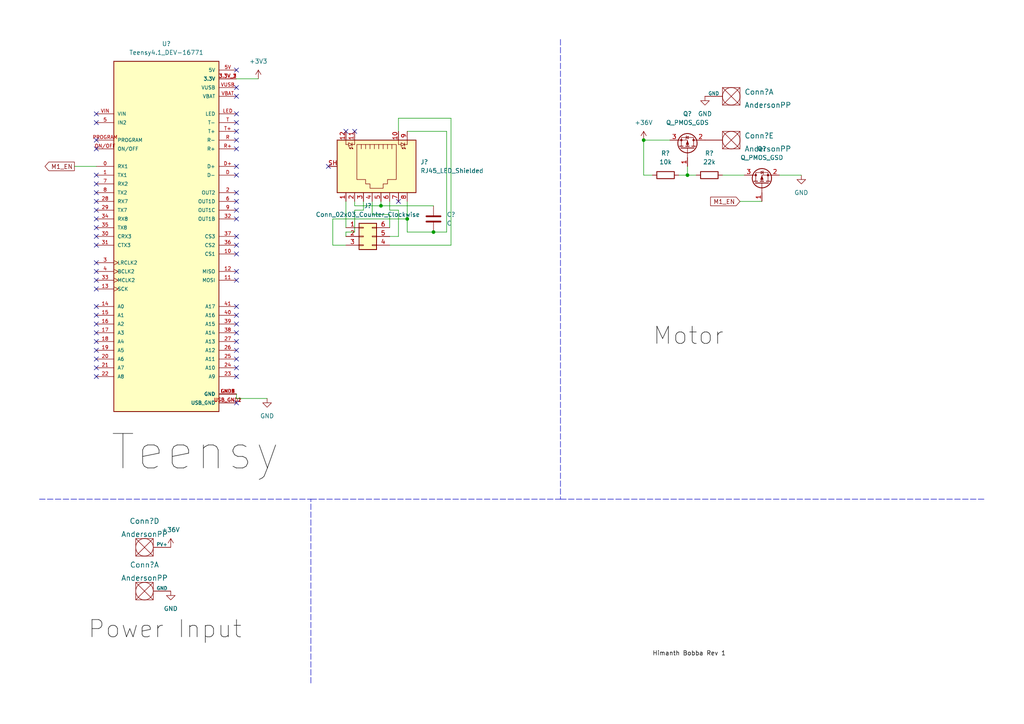
<source format=kicad_sch>
(kicad_sch (version 20211123) (generator eeschema)
  (paper "A4")
  (lib_symbols
    (symbol "Connector:RJ45_LED_Shielded" (pin_names (offset 1.016))
      (property "Reference" "J" (at -5.08 13.97 0))
      (property "Value" "RJ45_LED_Shielded" (at 1.27 13.97 0))
      (symbol "RJ45_LED_Shielded_0_1"
        (polyline (pts (xy -7.62 -7.62) (xy -6.35 -7.62)))
        (polyline (pts (xy -7.62 -5.08) (xy -6.35 -5.08)))
        (polyline (pts (xy -7.62 7.62) (xy -6.35 7.62)))
        (polyline (pts (xy -7.62 10.16) (xy -6.35 10.16)))
        (polyline (pts (xy -6.858 -5.842) (xy -5.842 -5.842)))
        (polyline (pts (xy -6.858 9.398) (xy -5.842 9.398)))
        (polyline (pts (xy -6.35 -7.62) (xy -6.35 -6.858)))
        (polyline (pts (xy -6.35 -5.08) (xy -6.35 -5.842)))
        (polyline (pts (xy -6.35 7.62) (xy -6.35 8.382)))
        (polyline (pts (xy -6.35 10.16) (xy -6.35 9.398)))
        (polyline (pts (xy -5.08 -6.223) (xy -5.207 -6.604)))
        (polyline (pts (xy -5.08 -5.588) (xy -5.207 -5.969)))
        (polyline (pts (xy -5.08 4.445) (xy -6.35 4.445)))
        (polyline (pts (xy -5.08 5.715) (xy -6.35 5.715)))
        (polyline (pts (xy -5.08 9.017) (xy -5.207 8.636)))
        (polyline (pts (xy -5.08 9.652) (xy -5.207 9.271)))
        (polyline (pts (xy -6.35 -3.175) (xy -5.08 -3.175) (xy -5.08 -3.175)))
        (polyline (pts (xy -6.35 -1.905) (xy -5.08 -1.905) (xy -5.08 -1.905)))
        (polyline (pts (xy -6.35 -0.635) (xy -5.08 -0.635) (xy -5.08 -0.635)))
        (polyline (pts (xy -6.35 0.635) (xy -5.08 0.635) (xy -5.08 0.635)))
        (polyline (pts (xy -6.35 1.905) (xy -5.08 1.905) (xy -5.08 1.905)))
        (polyline (pts (xy -5.588 -6.731) (xy -5.08 -6.223) (xy -5.461 -6.35)))
        (polyline (pts (xy -5.588 -6.096) (xy -5.08 -5.588) (xy -5.461 -5.715)))
        (polyline (pts (xy -5.588 8.509) (xy -5.08 9.017) (xy -5.461 8.89)))
        (polyline (pts (xy -5.588 9.144) (xy -5.08 9.652) (xy -5.461 9.525)))
        (polyline (pts (xy -5.08 3.175) (xy -6.35 3.175) (xy -6.35 3.175)))
        (polyline (pts (xy -6.35 -5.842) (xy -6.858 -6.858) (xy -5.842 -6.858) (xy -6.35 -5.842)))
        (polyline (pts (xy -6.35 9.398) (xy -6.858 8.382) (xy -5.842 8.382) (xy -6.35 9.398)))
        (polyline (pts (xy -6.35 -4.445) (xy -6.35 6.985) (xy 3.81 6.985) (xy 3.81 4.445) (xy 5.08 4.445) (xy 5.08 3.175) (xy 6.35 3.175) (xy 6.35 -0.635) (xy 5.08 -0.635) (xy 5.08 -1.905) (xy 3.81 -1.905) (xy 3.81 -4.445) (xy -6.35 -4.445) (xy -6.35 -4.445)))
        (rectangle (start 7.62 12.7) (end -7.62 -10.16) (stroke (width 0.254)) (fill (type background)))
      )
      (symbol "RJ45_LED_Shielded_1_1"
        (pin passive line (at 10.16 -7.62 180) (length 2.54) (name "~") (number "1"))
        (pin passive line (at -10.16 7.62 0) (length 2.54) (name "~") (number "10"))
        (pin passive line (at -10.16 -5.08 0) (length 2.54) (name "~") (number "11"))
        (pin passive line (at -10.16 -7.62 0) (length 2.54) (name "~") (number "12"))
        (pin passive line (at 10.16 -5.08 180) (length 2.54) (name "~") (number "2"))
        (pin passive line (at 10.16 -2.54 180) (length 2.54) (name "~") (number "3"))
        (pin passive line (at 10.16 0 180) (length 2.54) (name "~") (number "4"))
        (pin passive line (at 10.16 2.54 180) (length 2.54) (name "~") (number "5"))
        (pin passive line (at 10.16 5.08 180) (length 2.54) (name "~") (number "6"))
        (pin passive line (at 10.16 7.62 180) (length 2.54) (name "~") (number "7"))
        (pin passive line (at 10.16 10.16 180) (length 2.54) (name "~") (number "8"))
        (pin passive line (at -10.16 10.16 0) (length 2.54) (name "~") (number "9"))
        (pin passive line (at 0 -12.7 90) (length 2.54) (name "~") (number "SH"))
      )
    )
    (symbol "Connector_Generic:Conn_02x03_Counter_Clockwise" (pin_names (offset 1.016) hide)
      (property "Reference" "J" (at 1.27 5.08 0))
      (property "Value" "Conn_02x03_Counter_Clockwise" (at 1.27 -5.08 0))
      (symbol "Conn_02x03_Counter_Clockwise_1_1"
        (rectangle (start -1.27 -2.413) (end 0 -2.667) (stroke (width 0.1524)))
        (rectangle (start -1.27 0.127) (end 0 -0.127) (stroke (width 0.1524)))
        (rectangle (start -1.27 2.667) (end 0 2.413) (stroke (width 0.1524)))
        (rectangle (start -1.27 3.81) (end 3.81 -3.81) (stroke (width 0.254)) (fill (type background)))
        (rectangle (start 3.81 -2.413) (end 2.54 -2.667) (stroke (width 0.1524)))
        (rectangle (start 3.81 0.127) (end 2.54 -0.127) (stroke (width 0.1524)))
        (rectangle (start 3.81 2.667) (end 2.54 2.413) (stroke (width 0.1524)))
        (pin passive line (at -5.08 2.54 0) (length 3.81) (name "Pin_1") (number "1"))
        (pin passive line (at -5.08 0 0) (length 3.81) (name "Pin_2") (number "2"))
        (pin passive line (at -5.08 -2.54 0) (length 3.81) (name "Pin_3") (number "3"))
        (pin passive line (at 7.62 -2.54 180) (length 3.81) (name "Pin_4") (number "4"))
        (pin passive line (at 7.62 0 180) (length 3.81) (name "Pin_5") (number "5"))
        (pin passive line (at 7.62 2.54 180) (length 3.81) (name "Pin_6") (number "6"))
      )
    )
    (symbol "Device:C" (pin_numbers hide) (pin_names (offset 0.254))
      (property "Reference" "C" (at 0.635 2.54 0))
      (property "Value" "C" (at 0.635 -2.54 0))
      (symbol "C_0_1"
        (polyline (pts (xy -2.032 -0.762) (xy 2.032 -0.762)) (stroke (width 0.508)))
        (polyline (pts (xy -2.032 0.762) (xy 2.032 0.762)) (stroke (width 0.508)))
      )
      (symbol "C_1_1"
        (pin passive line (at 0 3.81 270) (length 2.794) (name "~") (number "1"))
        (pin passive line (at 0 -3.81 90) (length 2.794) (name "~") (number "2"))
      )
    )
    (symbol "Device:Q_PMOS_GDS" (pin_names (offset 0) hide)
      (property "Reference" "Q" (at 5.08 1.27 0))
      (property "Value" "Q_PMOS_GDS" (at 5.08 -1.27 0))
      (symbol "Q_PMOS_GDS_0_1"
        (polyline (pts (xy 0.254 0) (xy -2.54 0)))
        (polyline (pts (xy 0.254 1.905) (xy 0.254 -1.905)) (stroke (width 0.254)))
        (polyline (pts (xy 0.762 -1.27) (xy 0.762 -2.286)) (stroke (width 0.254)))
        (polyline (pts (xy 0.762 0.508) (xy 0.762 -0.508)) (stroke (width 0.254)))
        (polyline (pts (xy 0.762 2.286) (xy 0.762 1.27)) (stroke (width 0.254)))
        (polyline (pts (xy 2.54 2.54) (xy 2.54 1.778)))
        (polyline (pts (xy 2.54 -2.54) (xy 2.54 0) (xy 0.762 0)))
        (polyline (pts (xy 0.762 1.778) (xy 3.302 1.778) (xy 3.302 -1.778) (xy 0.762 -1.778)))
        (polyline (pts (xy 2.286 0) (xy 1.27 0.381) (xy 1.27 -0.381) (xy 2.286 0)) (fill (type outline)))
        (polyline (pts (xy 2.794 -0.508) (xy 2.921 -0.381) (xy 3.683 -0.381) (xy 3.81 -0.254)))
        (polyline (pts (xy 3.302 -0.381) (xy 2.921 0.254) (xy 3.683 0.254) (xy 3.302 -0.381)))
        (circle (center 1.651 0) (radius 2.794) (stroke (width 0.254)))
        (circle (center 2.54 -1.778) (radius 0.254) (fill (type outline)))
        (circle (center 2.54 1.778) (radius 0.254) (fill (type outline)))
      )
      (symbol "Q_PMOS_GDS_1_1"
        (pin input line (at -5.08 0 0) (length 2.54) (name "G") (number "1"))
        (pin passive line (at 2.54 5.08 270) (length 2.54) (name "D") (number "2"))
        (pin passive line (at 2.54 -5.08 90) (length 2.54) (name "S") (number "3"))
      )
    )
    (symbol "Device:Q_PMOS_GSD" (pin_names (offset 0) hide)
      (property "Reference" "Q" (at 5.08 1.27 0))
      (property "Value" "Q_PMOS_GSD" (at 5.08 -1.27 0))
      (symbol "Q_PMOS_GSD_0_1"
        (polyline (pts (xy 0.254 0) (xy -2.54 0)))
        (polyline (pts (xy 0.254 1.905) (xy 0.254 -1.905)) (stroke (width 0.254)))
        (polyline (pts (xy 0.762 -1.27) (xy 0.762 -2.286)) (stroke (width 0.254)))
        (polyline (pts (xy 0.762 0.508) (xy 0.762 -0.508)) (stroke (width 0.254)))
        (polyline (pts (xy 0.762 2.286) (xy 0.762 1.27)) (stroke (width 0.254)))
        (polyline (pts (xy 2.54 2.54) (xy 2.54 1.778)))
        (polyline (pts (xy 2.54 -2.54) (xy 2.54 0) (xy 0.762 0)))
        (polyline (pts (xy 0.762 1.778) (xy 3.302 1.778) (xy 3.302 -1.778) (xy 0.762 -1.778)))
        (polyline (pts (xy 2.286 0) (xy 1.27 0.381) (xy 1.27 -0.381) (xy 2.286 0)) (fill (type outline)))
        (polyline (pts (xy 2.794 -0.508) (xy 2.921 -0.381) (xy 3.683 -0.381) (xy 3.81 -0.254)))
        (polyline (pts (xy 3.302 -0.381) (xy 2.921 0.254) (xy 3.683 0.254) (xy 3.302 -0.381)))
        (circle (center 1.651 0) (radius 2.794) (stroke (width 0.254)))
        (circle (center 2.54 -1.778) (radius 0.254) (fill (type outline)))
        (circle (center 2.54 1.778) (radius 0.254) (fill (type outline)))
      )
      (symbol "Q_PMOS_GSD_1_1"
        (pin input line (at -5.08 0 0) (length 2.54) (name "G") (number "1"))
        (pin passive line (at 2.54 -5.08 90) (length 2.54) (name "S") (number "2"))
        (pin passive line (at 2.54 5.08 270) (length 2.54) (name "D") (number "3"))
      )
    )
    (symbol "Device:R" (pin_numbers hide) (pin_names (offset 0))
      (property "Reference" "R" (at 2.032 0 90))
      (property "Value" "R" (at 0 0 90))
      (symbol "R_0_1"
        (rectangle (start -1.016 -2.54) (end 1.016 2.54) (stroke (width 0.254)))
      )
      (symbol "R_1_1"
        (pin passive line (at 0 3.81 270) (length 1.27) (name "~") (number "1"))
        (pin passive line (at 0 -3.81 90) (length 1.27) (name "~") (number "2"))
      )
    )
    (symbol "MRDT_Connectors:AndersonPP" (pin_numbers hide) (pin_names (offset 0))
      (property "Reference" "Conn" (at 3.81 -1.27 0))
      (property "Value" "AndersonPP" (at 2.54 6.35 0))
      (symbol "AndersonPP_0_1"
        (polyline (pts (xy 0 5.08) (xy 5.08 0)))
        (polyline (pts (xy 5.08 5.08) (xy 0 0)))
        (rectangle (start 0 0) (end 5.08 5.08))
        (circle (center 2.54 2.54) (radius 2.54))
      )
      (symbol "AndersonPP_1_1"
        (pin input line (at 10.16 2.54 180) (length 5.08) (name "GND") (number "1"))
      )
      (symbol "AndersonPP_2_1"
        (pin input line (at 10.16 2.54 180) (length 5.08) (name "V+Log") (number "2"))
      )
      (symbol "AndersonPP_3_1"
        (pin input line (at 10.16 2.54 180) (length 5.08) (name "V+Act") (number "3"))
      )
      (symbol "AndersonPP_4_1"
        (pin input line (at 10.16 2.54 180) (length 5.08) (name "PV+") (number "4"))
      )
      (symbol "AndersonPP_5_1"
        (pin input line (at 10.16 2.54 180) (length 5.08) (name "~") (number "1"))
      )
    )
    (symbol "MRDT_Shields:Teensy4.1_DEV-16771" (pin_names (offset 1.016))
      (property "Reference" "U" (at -15.24 52.07 0))
      (property "Value" "Teensy4.1_DEV-16771" (at -15.24 -53.34 0))
      (symbol "Teensy4.1_DEV-16771_0_0"
        (rectangle (start -15.24 -50.8) (end 15.24 50.8) (stroke (width 0.254)) (fill (type background)))
        (pin bidirectional line (at -20.32 20.32 0) (length 5.08) (name "RX1") (number "0"))
        (pin bidirectional line (at -20.32 17.78 0) (length 5.08) (name "TX1") (number "1"))
        (pin bidirectional line (at 20.32 -5.08 180) (length 5.08) (name "CS1") (number "10"))
        (pin bidirectional line (at 20.32 -12.7 180) (length 5.08) (name "MOSI") (number "11"))
        (pin bidirectional line (at 20.32 -10.16 180) (length 5.08) (name "MISO") (number "12"))
        (pin bidirectional clock (at -20.32 -15.24 0) (length 5.08) (name "SCK") (number "13"))
        (pin bidirectional line (at -20.32 -20.32 0) (length 5.08) (name "A0") (number "14"))
        (pin bidirectional line (at -20.32 -22.86 0) (length 5.08) (name "A1") (number "15"))
        (pin bidirectional line (at -20.32 -25.4 0) (length 5.08) (name "A2") (number "16"))
        (pin bidirectional line (at -20.32 -27.94 0) (length 5.08) (name "A3") (number "17"))
        (pin bidirectional line (at -20.32 -30.48 0) (length 5.08) (name "A4") (number "18"))
        (pin bidirectional line (at -20.32 -33.02 0) (length 5.08) (name "A5") (number "19"))
        (pin output line (at 20.32 12.7 180) (length 5.08) (name "OUT2") (number "2"))
        (pin bidirectional line (at -20.32 -35.56 0) (length 5.08) (name "A6") (number "20"))
        (pin bidirectional line (at -20.32 -38.1 0) (length 5.08) (name "A7") (number "21"))
        (pin bidirectional line (at -20.32 -40.64 0) (length 5.08) (name "A8") (number "22"))
        (pin bidirectional line (at 20.32 -40.64 180) (length 5.08) (name "A9") (number "23"))
        (pin bidirectional line (at 20.32 -38.1 180) (length 5.08) (name "A10") (number "24"))
        (pin bidirectional line (at 20.32 -35.56 180) (length 5.08) (name "A11") (number "25"))
        (pin bidirectional line (at 20.32 -33.02 180) (length 5.08) (name "A12") (number "26"))
        (pin bidirectional line (at 20.32 -30.48 180) (length 5.08) (name "A13") (number "27"))
        (pin bidirectional line (at -20.32 10.16 0) (length 5.08) (name "RX7") (number "28"))
        (pin bidirectional line (at -20.32 7.62 0) (length 5.08) (name "TX7") (number "29"))
        (pin bidirectional clock (at -20.32 -7.62 0) (length 5.08) (name "LRCLK2") (number "3"))
        (pin power_in line (at 20.32 45.72 180) (length 5.08) (name "3.3V") (number "3.3V_1"))
        (pin power_in line (at 20.32 45.72 180) (length 5.08) (name "3.3V") (number "3.3V_2"))
        (pin power_in line (at 20.32 45.72 180) (length 5.08) (name "3.3V") (number "3.3V_3"))
        (pin bidirectional line (at -20.32 0 0) (length 5.08) (name "CRX3") (number "30"))
        (pin bidirectional line (at -20.32 -2.54 0) (length 5.08) (name "CTX3") (number "31"))
        (pin output line (at 20.32 5.08 180) (length 5.08) (name "OUT1B") (number "32"))
        (pin bidirectional clock (at -20.32 -12.7 0) (length 5.08) (name "MCLK2") (number "33"))
        (pin bidirectional line (at -20.32 5.08 0) (length 5.08) (name "RX8") (number "34"))
        (pin bidirectional line (at -20.32 2.54 0) (length 5.08) (name "TX8") (number "35"))
        (pin bidirectional line (at 20.32 -2.54 180) (length 5.08) (name "CS2") (number "36"))
        (pin bidirectional line (at 20.32 0 180) (length 5.08) (name "CS3") (number "37"))
        (pin bidirectional line (at 20.32 -27.94 180) (length 5.08) (name "A14") (number "38"))
        (pin bidirectional line (at 20.32 -25.4 180) (length 5.08) (name "A15") (number "39"))
        (pin bidirectional clock (at -20.32 -10.16 0) (length 5.08) (name "BCLK2") (number "4"))
        (pin bidirectional line (at 20.32 -22.86 180) (length 5.08) (name "A16") (number "40"))
        (pin bidirectional line (at 20.32 -20.32 180) (length 5.08) (name "A17") (number "41"))
        (pin bidirectional line (at -20.32 33.02 0) (length 5.08) (name "IN2") (number "5"))
        (pin power_in line (at 20.32 48.26 180) (length 5.08) (name "5V") (number "5V"))
        (pin output line (at 20.32 10.16 180) (length 5.08) (name "OUT1D") (number "6"))
        (pin bidirectional line (at -20.32 15.24 0) (length 5.08) (name "RX2") (number "7"))
        (pin bidirectional line (at -20.32 12.7 0) (length 5.08) (name "TX2") (number "8"))
        (pin output line (at 20.32 7.62 180) (length 5.08) (name "OUT1C") (number "9"))
        (pin bidirectional line (at 20.32 17.78 180) (length 5.08) (name "D-") (number "D"))
        (pin bidirectional line (at 20.32 20.32 180) (length 5.08) (name "D+") (number "D+"))
        (pin power_in line (at 20.32 -45.72 180) (length 5.08) (name "GND") (number "GND1"))
        (pin power_in line (at 20.32 -45.72 180) (length 5.08) (name "GND") (number "GND2"))
        (pin power_in line (at 20.32 -45.72 180) (length 5.08) (name "GND") (number "GND3"))
        (pin power_in line (at 20.32 -45.72 180) (length 5.08) (name "GND") (number "GND4"))
        (pin power_in line (at 20.32 -45.72 180) (length 5.08) (name "GND") (number "GND5"))
        (pin bidirectional line (at 20.32 35.56 180) (length 5.08) (name "LED") (number "LED"))
        (pin bidirectional line (at -20.32 25.4 0) (length 5.08) (name "ON/OFF") (number "ON/OFF"))
        (pin bidirectional line (at -20.32 27.94 0) (length 5.08) (name "PROGRAM") (number "PROGRAM"))
        (pin bidirectional line (at 20.32 27.94 180) (length 5.08) (name "R-") (number "R"))
        (pin bidirectional line (at 20.32 25.4 180) (length 5.08) (name "R+") (number "R+"))
        (pin bidirectional line (at 20.32 33.02 180) (length 5.08) (name "T-") (number "T"))
        (pin bidirectional line (at 20.32 30.48 180) (length 5.08) (name "T+") (number "T+"))
        (pin power_in line (at 20.32 -48.26 180) (length 5.08) (name "USB_GND") (number "USB_GND1"))
        (pin power_in line (at 20.32 -48.26 180) (length 5.08) (name "USB_GND") (number "USB_GND2"))
        (pin passive line (at 20.32 40.64 180) (length 5.08) (name "VBAT") (number "VBAT"))
        (pin input line (at -20.32 35.56 0) (length 5.08) (name "VIN") (number "VIN"))
        (pin passive line (at 20.32 43.18 180) (length 5.08) (name "VUSB") (number "VUSB"))
      )
    )
    (symbol "power:+36V" (power) (pin_names (offset 0))
      (property "Value" "+36V" (at 0 3.556 0))
      (symbol "+36V_0_1"
        (polyline (pts (xy -0.762 1.27) (xy 0 2.54)))
        (polyline (pts (xy 0 0) (xy 0 2.54)))
        (polyline (pts (xy 0 2.54) (xy 0.762 1.27)))
      )
      (symbol "+36V_1_1"
        (pin power_in line (at 0 0 90) (length 0) hide (name "+36V") (number "1"))
      )
    )
    (symbol "power:+3V3" (power) (pin_names (offset 0))
      (property "Value" "+3V3" (at 0 3.556 0))
      (symbol "+3V3_0_1"
        (polyline (pts (xy -0.762 1.27) (xy 0 2.54)))
        (polyline (pts (xy 0 0) (xy 0 2.54)))
        (polyline (pts (xy 0 2.54) (xy 0.762 1.27)))
      )
      (symbol "+3V3_1_1"
        (pin power_in line (at 0 0 90) (length 0) hide (name "+3V3") (number "1"))
      )
    )
    (symbol "power:GND" (power) (pin_names (offset 0))
      (property "Value" "GND" (at 0 -3.81 0))
      (symbol "GND_0_1"
        (polyline (pts (xy 0 0) (xy 0 -1.27) (xy 1.27 -1.27) (xy 0 -2.54) (xy -1.27 -1.27) (xy 0 -1.27)))
      )
      (symbol "GND_1_1"
        (pin power_in line (at 0 0 270) (length 0) hide (name "GND") (number "1"))
      )
    )
  )
  (junction (at 110.49 59.69))
  (junction (at 125.73 67.31))
  (junction (at 199.39 50.8))
  (junction (at 186.69 40.64))
  (junction (at 118.11 63.5))
  (no_connect (at 68.58 78.74))
  (no_connect (at 68.58 81.28))
  (no_connect (at 68.58 88.9))
  (no_connect (at 68.58 91.44))
  (no_connect (at 68.58 50.8))
  (no_connect (at 68.58 55.88))
  (no_connect (at 68.58 58.42))
  (no_connect (at 68.58 60.96))
  (no_connect (at 68.58 63.5))
  (no_connect (at 68.58 68.58))
  (no_connect (at 68.58 71.12))
  (no_connect (at 68.58 73.66))
  (no_connect (at 27.94 35.56))
  (no_connect (at 27.94 40.64))
  (no_connect (at 27.94 43.18))
  (no_connect (at 27.94 83.82))
  (no_connect (at 27.94 81.28))
  (no_connect (at 27.94 78.74))
  (no_connect (at 27.94 76.2))
  (no_connect (at 27.94 71.12))
  (no_connect (at 27.94 68.58))
  (no_connect (at 27.94 66.04))
  (no_connect (at 27.94 63.5))
  (no_connect (at 27.94 60.96))
  (no_connect (at 27.94 58.42))
  (no_connect (at 27.94 55.88))
  (no_connect (at 27.94 53.34))
  (no_connect (at 27.94 50.8))
  (no_connect (at 68.58 35.56))
  (no_connect (at 68.58 38.1))
  (no_connect (at 68.58 40.64))
  (no_connect (at 68.58 43.18))
  (no_connect (at 68.58 48.26))
  (no_connect (at 68.58 20.32))
  (no_connect (at 68.58 25.4))
  (no_connect (at 68.58 27.94))
  (no_connect (at 68.58 33.02))
  (no_connect (at 27.94 33.02))
  (no_connect (at 68.58 93.98))
  (no_connect (at 68.58 96.52))
  (no_connect (at 68.58 99.06))
  (no_connect (at 68.58 101.6))
  (no_connect (at 68.58 104.14))
  (no_connect (at 68.58 106.68))
  (no_connect (at 68.58 109.22))
  (no_connect (at 68.58 116.84))
  (no_connect (at 27.94 109.22))
  (no_connect (at 27.94 106.68))
  (no_connect (at 27.94 104.14))
  (no_connect (at 27.94 101.6))
  (no_connect (at 27.94 99.06))
  (no_connect (at 27.94 96.52))
  (no_connect (at 27.94 93.98))
  (no_connect (at 27.94 91.44))
  (no_connect (at 27.94 88.9))
  (no_connect (at 115.57 58.42))
  (no_connect (at 100.33 38.1))
  (no_connect (at 102.87 38.1))
  (no_connect (at 95.25 48.26))
  (wire (pts (xy 186.69 50.8) (xy 189.23 50.8)))
  (polyline (pts (xy 90.17 198.12) (xy 90.17 144.78)))
  (polyline (pts (xy 162.56 11.43) (xy 162.56 144.78)))
  (wire (pts (xy 118.11 63.5) (xy 118.11 67.31)))
  (wire (pts (xy 100.33 58.42) (xy 100.33 66.04)))
  (wire (pts (xy 130.81 71.12) (xy 130.81 34.29)))
  (wire (pts (xy 115.57 34.29) (xy 115.57 38.1)))
  (wire (pts (xy 186.69 40.64) (xy 194.31 40.64)))
  (polyline (pts (xy 90.17 144.78) (xy 162.56 144.78)))
  (wire (pts (xy 186.69 40.64) (xy 186.69 50.8)))
  (wire (pts (xy 113.03 60.96) (xy 113.03 58.42)))
  (wire (pts (xy 196.85 50.8) (xy 199.39 50.8)))
  (wire (pts (xy 115.57 68.58) (xy 115.57 60.96)))
  (wire (pts (xy 214.63 58.42) (xy 220.98 58.42)))
  (wire (pts (xy 105.41 58.42) (xy 105.41 60.96)))
  (wire (pts (xy 226.06 50.8) (xy 232.41 50.8)))
  (wire (pts (xy 100.33 71.12) (xy 96.52 71.12)))
  (wire (pts (xy 118.11 67.31) (xy 125.73 67.31)))
  (wire (pts (xy 113.03 66.04) (xy 113.03 62.23)))
  (wire (pts (xy 113.03 71.12) (xy 130.81 71.12)))
  (wire (pts (xy 130.81 34.29) (xy 115.57 34.29)))
  (wire (pts (xy 102.87 60.96) (xy 102.87 67.31)))
  (wire (pts (xy 129.54 67.31) (xy 129.54 38.1)))
  (wire (pts (xy 21.59 48.26) (xy 27.94 48.26)))
  (wire (pts (xy 209.55 50.8) (xy 215.9 50.8)))
  (wire (pts (xy 102.87 67.31) (xy 100.33 67.31)))
  (wire (pts (xy 102.87 59.69) (xy 110.49 59.69)))
  (wire (pts (xy 102.87 58.42) (xy 102.87 59.69)))
  (wire (pts (xy 118.11 38.1) (xy 129.54 38.1)))
  (wire (pts (xy 107.95 62.23) (xy 107.95 58.42)))
  (wire (pts (xy 110.49 58.42) (xy 110.49 59.69)))
  (wire (pts (xy 96.52 63.5) (xy 118.11 63.5)))
  (wire (pts (xy 68.58 114.3) (xy 68.58 115.57)))
  (polyline (pts (xy 162.56 144.78) (xy 285.75 144.78)))
  (wire (pts (xy 113.03 62.23) (xy 107.95 62.23)))
  (wire (pts (xy 199.39 48.26) (xy 199.39 50.8)))
  (wire (pts (xy 96.52 71.12) (xy 96.52 63.5)))
  (wire (pts (xy 115.57 60.96) (xy 113.03 60.96)))
  (polyline (pts (xy 11.43 144.78) (xy 90.17 144.78)))
  (wire (pts (xy 118.11 58.42) (xy 118.11 63.5)))
  (wire (pts (xy 105.41 60.96) (xy 102.87 60.96)))
  (wire (pts (xy 199.39 50.8) (xy 201.93 50.8)))
  (wire (pts (xy 68.58 115.57) (xy 77.47 115.57)))
  (wire (pts (xy 113.03 68.58) (xy 115.57 68.58)))
  (wire (pts (xy 125.73 67.31) (xy 129.54 67.31)))
  (wire (pts (xy 100.33 67.31) (xy 100.33 68.58)))
  (wire (pts (xy 110.49 59.69) (xy 125.73 59.69)))
  (wire (pts (xy 68.58 22.86) (xy 74.93 22.86)))
  (label "Motor" (at 189.23 101.6 0) (effects (font (size 5 5))))
  (label "Himanth Bobba Rev 1" (at 189.23 190.5 0))
  (label "Teensy" (at 31.75 139.7 0) (effects (font (size 10 10))))
  (label "Power Input" (at 25.4 186.69 0) (effects (font (size 5 5))))
  (global_label "M1_EN" (shape input) (at 214.63 58.42 180) (property "Intersheet References" "${INTERSHEET_REFS}" (effects hide)))
  (global_label "M1_EN" (shape output) (at 21.59 48.26 180) (property "Intersheet References" "${INTERSHEET_REFS}" (effects hide)))
  (symbol (lib_id "MRDT_Connectors:AndersonPP") (at 214.63 38.1 180) (unit 5)
    (property "Reference" "Conn?" (at 215.9 39.37 0) (effects (font (size 1.524 1.524)) (justify right)))
    (property "Value" "AndersonPP" (at 215.9 43.18 0) (effects (font (size 1.524 1.524)) (justify right)))
  )
  (symbol (lib_id "Connector_Generic:Conn_02x03_Counter_Clockwise") (at 105.41 68.58 0) (unit 1)
    (property "Reference" "J?" (at 106.68 59.69 0))
    (property "Value" "Conn_02x03_Counter_Clockwise" (at 106.68 62.23 0))
  )
  (symbol (lib_id "Device:Q_PMOS_GDS") (at 199.39 43.18 270) (mirror x) (unit 1)
    (property "Reference" "Q?" (at 199.39 33.02 90))
    (property "Value" "Q_PMOS_GDS" (at 199.39 35.56 90))
  )
  (symbol (lib_id "power:GND") (at 204.47 27.94 0) (unit 1)
    (property "Reference" "#PWR?" (effects hide))
    (property "Value" "GND" (at 204.47 33.02 0))
  )
  (symbol (lib_id "power:GND") (at 77.47 115.57 0) (unit 1)
    (property "Reference" "#PWR?" (effects hide))
    (property "Value" "GND" (at 77.47 120.65 0))
  )
  (symbol (lib_id "power:GND") (at 232.41 50.8 0) (unit 1)
    (property "Reference" "#PWR?" (effects hide))
    (property "Value" "GND" (at 232.41 55.88 0))
  )
  (symbol (lib_id "power:+36V") (at 49.53 158.75 0) (unit 1)
    (property "Reference" "#PWR?" (effects hide))
    (property "Value" "+36V" (at 49.53 153.67 0))
  )
  (symbol (lib_id "MRDT_Shields:Teensy4.1_DEV-16771") (at 48.26 68.58 0) (unit 1)
    (property "Reference" "U?" (at 48.26 12.7 0))
    (property "Value" "Teensy4.1_DEV-16771" (at 48.26 15.24 0))
    (property "Footprint" "MODULE_DEV-16771" (effects hide))
    (property "STANDARD" "Manufacturer recommendations" (effects hide))
    (property "MAXIMUM_PACKAGE_HEIGHT" "4.07mm" (effects hide))
    (property "MANUFACTURER" "SparkFun Electronics" (effects hide))
    (property "PARTREV" "4.1" (effects hide))
  )
  (symbol (lib_id "Device:Q_PMOS_GSD") (at 220.98 53.34 90) (unit 1)
    (property "Reference" "Q?" (at 220.98 43.18 90))
    (property "Value" "Q_PMOS_GSD" (at 220.98 45.72 90))
  )
  (symbol (lib_id "power:GND") (at 49.53 171.45 0) (unit 1)
    (property "Reference" "#PWR?" (effects hide))
    (property "Value" "GND" (at 49.53 176.53 0))
  )
  (symbol (lib_id "Device:R") (at 193.04 50.8 90) (unit 1)
    (property "Reference" "R?" (at 193.04 44.45 90))
    (property "Value" "10k" (at 193.04 46.99 90))
  )
  (symbol (lib_id "power:+36V") (at 186.69 40.64 0) (unit 1)
    (property "Reference" "#PWR?" (effects hide))
    (property "Value" "+36V" (at 186.69 35.56 0))
  )
  (symbol (lib_id "Device:C") (at 125.73 63.5 0) (unit 1)
    (property "Reference" "C?" (at 129.54 62.2299 0) (effects (justify left)))
    (property "Value" "C" (at 129.54 64.7699 0) (effects (justify left)))
  )
  (symbol (lib_id "MRDT_Connectors:AndersonPP") (at 39.37 161.29 0) (unit 4)
    (property "Reference" "Conn?" (at 41.91 151.13 0) (effects (font (size 1.524 1.524))))
    (property "Value" "AndersonPP" (at 41.91 154.94 0) (effects (font (size 1.524 1.524))))
  )
  (symbol (lib_id "MRDT_Connectors:AndersonPP") (at 39.37 173.99 0) (unit 1)
    (property "Reference" "Conn?" (at 41.91 163.83 0) (effects (font (size 1.524 1.524))))
    (property "Value" "AndersonPP" (at 41.91 167.64 0) (effects (font (size 1.524 1.524))))
  )
  (symbol (lib_id "Device:R") (at 205.74 50.8 90) (unit 1)
    (property "Reference" "R?" (at 205.74 44.45 90))
    (property "Value" "22k" (at 205.74 46.99 90))
  )
  (symbol (lib_id "power:+3V3") (at 74.93 22.86 0) (unit 1)
    (property "Reference" "#PWR?" (effects hide))
    (property "Value" "+3V3" (at 74.93 17.78 0))
  )
  (symbol (lib_id "Connector:RJ45_LED_Shielded") (at 107.95 48.26 270) (unit 1)
    (property "Reference" "J?" (at 121.92 46.9899 90) (effects (justify left)))
    (property "Value" "RJ45_LED_Shielded" (at 121.92 49.5299 90) (effects (justify left)))
  )
  (symbol (lib_id "MRDT_Connectors:AndersonPP") (at 214.63 30.48 0) (mirror y) (unit 1)
    (property "Reference" "Conn?" (at 215.9 26.67 0) (effects (font (size 1.524 1.524)) (justify right)))
    (property "Value" "AndersonPP" (at 215.9 30.48 0) (effects (font (size 1.524 1.524)) (justify right)))
  )
)
</source>
